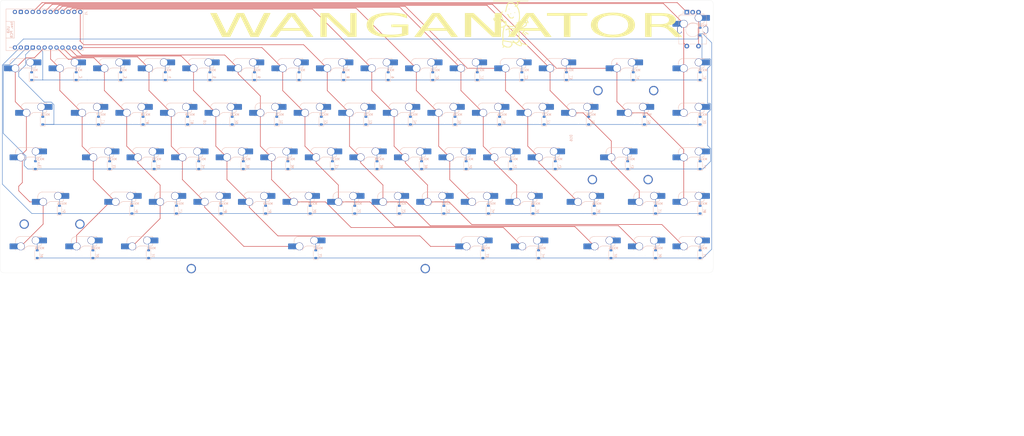
<source format=kicad_pcb>
(kicad_pcb (version 20240108) (generator "pcbnew") (generator_version "8.0")
  (layers (0 "F.Cu" signal) (31 "B.Cu" signal) (34 "B.Paste" user) (35 "F.Paste" user) (36 "B.SilkS" user "B.Silkscreen") (37 "F.SilkS" user "F.Silkscreen") (38 "B.Mask" user) (39 "F.Mask" user) (44 "Edge.Cuts" user))
  (net 0 "")
  (net 1 "row0")
  (net 2 "Net-(D1-A)")
  (net 3 "Net-(D2-A)")
  (net 4 "Net-(D3-A)")
  (net 5 "Net-(D4-A)")
  (net 6 "Net-(D5-A)")
  (net 7 "Net-(D6-A)")
  (net 8 "Net-(D7-A)")
  (net 9 "Net-(D8-A)")
  (net 10 "Net-(D9-A)")
  (net 11 "Net-(D10-A)")
  (net 12 "Net-(D11-A)")
  (net 13 "Net-(D12-A)")
  (net 14 "Net-(D13-A)")
  (net 15 "Net-(D14-A)")
  (net 16 "Net-(D15-A)")
  (net 17 "row1")
  (net 18 "Net-(D16-A)")
  (net 19 "Net-(D17-A)")
  (net 20 "Net-(D18-A)")
  (net 21 "Net-(D19-A)")
  (net 22 "Net-(D20-A)")
  (net 23 "Net-(D21-A)")
  (net 24 "Net-(D22-A)")
  (net 25 "Net-(D23-A)")
  (net 26 "Net-(D24-A)")
  (net 27 "Net-(D25-A)")
  (net 28 "Net-(D26-A)")
  (net 29 "Net-(D27-A)")
  (net 30 "Net-(D28-A)")
  (net 31 "Net-(D29-A)")
  (net 32 "Net-(D30-A)")
  (net 33 "row2")
  (net 34 "Net-(D31-A)")
  (net 35 "Net-(D32-A)")
  (net 36 "Net-(D33-A)")
  (net 37 "Net-(D34-A)")
  (net 38 "Net-(D35-A)")
  (net 39 "Net-(D36-A)")
  (net 40 "Net-(D37-A)")
  (net 41 "Net-(D38-A)")
  (net 42 "Net-(D39-A)")
  (net 43 "Net-(D40-A)")
  (net 44 "Net-(D41-A)")
  (net 45 "Net-(D42-A)")
  (net 46 "Net-(D43-A)")
  (net 47 "Net-(D44-A)")
  (net 48 "row3")
  (net 49 "Net-(D45-A)")
  (net 50 "Net-(D46-A)")
  (net 51 "Net-(D47-A)")
  (net 52 "Net-(D48-A)")
  (net 53 "Net-(D49-A)")
  (net 54 "Net-(D50-A)")
  (net 55 "Net-(D51-A)")
  (net 56 "Net-(D52-A)")
  (net 57 "Net-(D53-A)")
  (net 58 "Net-(D54-A)")
  (net 59 "Net-(D55-A)")
  (net 60 "Net-(D56-A)")
  (net 61 "Net-(D57-A)")
  (net 62 "Net-(D58-A)")
  (net 63 "row 4")
  (net 64 "Net-(D59-A)")
  (net 65 "Net-(D60-A)")
  (net 66 "Net-(D61-A)")
  (net 67 "Net-(D62-A)")
  (net 68 "Net-(D63-A)")
  (net 69 "Net-(D64-A)")
  (net 70 "Net-(D65-A)")
  (net 71 "Net-(D66-A)")
  (net 72 "Net-(D67-A)")
  (net 73 "column 0")
  (net 74 "column1")
  (net 75 "column2")
  (net 76 "column3")
  (net 77 "column4")
  (net 78 "column5")
  (net 79 "column6")
  (net 80 "column7")
  (net 81 "column8")
  (net 82 "column9")
  (net 83 "column10")
  (net 84 "column11")
  (net 85 "column12")
  (net 86 "column13")
  (net 87 "RotationA")
  (net 89 "RotationB")
  (net 91 "encoderA")
  (net 92 "encoderB")
  (net 93 "GND")
  (footprint "PCM_marbastlib-mx:STAB_MX_P_2u" (layer "F.Cu") (at 278.60625 21.43125 180)
    (property "Reference" "S1" (hide yes))
    (property "Value" "MX_stab")
  )
  (footprint "PCM_marbastlib-mx:STAB_MX_P_6.25u" (layer "F.Cu") (at 142.875 97.63125 180)
    (property "Reference" "S4" (hide yes))
    (property "Value" "MX_stab")
  )
  (footprint "PCM_marbastlib-mx:STAB_MX_P_2.25u" (layer "F.Cu") (at 276.225 59.53125 180)
    (property "Reference" "S2" (hide yes))
    (property "Value" "MX_stab")
  )
  (footprint "PCM_marbastlib-mx:STAB_MX_P_2.25u" (layer "F.Cu") (at 33.3375 78.58125 180)
    (property "Reference" "S3" (hide yes))
    (property "Value" "MX_stab")
  )
  (footprint "LOGO" (layer "F.Cu") (at 229.39375 0)
    (property "Reference" "G***" (hide yes))
    (property "Value" "LOGO" (hide yes))
  )
  (footprint "Diode_SMD:D_SOD-123" (layer "B.Cu") (at 162.71875 79.375 90)
    (property "Reference" "D51")
    (property "Value" "D_Small")
  )
  (footprint "PCM_marbastlib-mx:SW_MX_HS_CPG151101S11_1u" (layer "B.Cu") (at 183.35625 40.48125 180)
    (property "Reference" "MX24")
    (property "Value" "MX_SW_solder")
  )
  (footprint "PCM_marbastlib-mx:SW_MX_HS_CPG151101S11_1u" (layer "B.Cu") (at 140.49375 78.58125 180)
    (property "Reference" "MX50")
    (property "Value" "MX_SW_solder")
  )
  (footprint "PCM_marbastlib-mx:SW_MX_HS_CPG151101S11_1u" (layer "B.Cu") (at 64.29375 78.58125 180)
    (property "Reference" "MX46")
    (property "Value" "MX_SW_solder")
  )
  (footprint "PCM_marbastlib-mx:SW_MX_HS_CPG151101S11_1u" (layer "B.Cu") (at 73.81875 59.53125 180)
    (property "Reference" "MX33")
    (property "Value" "MX_SW_solder")
  )
  (footprint "PCM_marbastlib-mx:SW_MX_HS_CPG151101S11_1u" (layer "B.Cu") (at 33.3375 78.58125 180)
    (property "Reference" "MX45")
    (property "Value" "MX_SW_solder")
  )
  (footprint "PCM_marbastlib-mx:SW_MX_HS_CPG151101S11_1.25u" (layer "B.Cu") (at 238.125 97.63125 180)
    (property "Reference" "MX64")
    (property "Value" "MX_SW_solder")
  )
  (footprint "Diode_SMD:D_SOD-123" (layer "B.Cu") (at 167.48125 41.275 90)
    (property "Reference" "D23")
    (property "Value" "D_Small")
  )
  (footprint "PCM_marbastlib-mx:SW_MX_HS_CPG151101S11_1u" (layer "B.Cu") (at 145.25625 40.48125 180)
    (property "Reference" "MX22")
    (property "Value" "MX_SW_solder")
  )
  (footprint "PCM_marbastlib-mx:SW_MX_HS_CPG151101S11_1u" (layer "B.Cu") (at 188.11875 59.53125 180)
    (property "Reference" "MX39")
    (property "Value" "MX_SW_solder")
  )
  (footprint "PCM_marbastlib-mx:SW_MX_HS_CPG151101S11_1u" (layer "B.Cu") (at 21.43125 21.43125 180)
    (property "Reference" "MX1")
    (property "Value" "MX_SW_solder")
  )
  (footprint "PCM_marbastlib-mx:SW_MX_HS_CPG151101S11_1u" (layer "B.Cu") (at 288.13125 97.63125 180)
    (property "Reference" "MX66")
    (property "Value" "MX_SW_solder")
  )
  (footprint "PCM_marbastlib-mx:SW_MX_HS_CPG151101S11_1u" (layer "B.Cu") (at 276.225 59.53125 180)
    (property "Reference" "MX43")
    (property "Value" "MX_SW_solder")
  )
  (footprint "Diode_SMD:D_SOD-123" (layer "B.Cu") (at 262.73125 41.275 90)
    (property "Reference" "D28")
    (property "Value" "D_Small")
  )
  (footprint "Diode_SMD:D_SOD-123" (layer "B.Cu") (at 205.58125 41.275 90)
    (property "Reference" "D25")
    (property "Value" "D_Small")
  )
  (footprint "Diode_SMD:D_SOD-123" (layer "B.Cu") (at 62.70625 22.225 90)
    (property "Reference" "D3")
    (property "Value" "D_Small")
  )
  (footprint "Diode_SMD:D_SOD-123" (layer "B.Cu") (at 310.35625 60.325 90)
    (property "Reference" "D44")
    (property "Value" "D_Small")
  )
  (footprint "Diode_SMD:D_SOD-123" (layer "B.Cu") (at 172.24375 60.325 90)
    (property "Reference" "D38")
    (property "Value" "D_Small")
  )
  (footprint "PCM_marbastlib-various:RotaryEncoder_EC11" (layer "B.Cu") (at 307.18125 2.38125 -90)
    (property "Reference" "SW1")
    (property "Value" "RotaryEncoder_Switch")
  )
  (footprint "PCM_marbastlib-mx:SW_MX_HS_CPG151101S11_1.25u" (layer "B.Cu") (at 214.3125 97.63125 180)
    (property "Reference" "MX63")
    (property "Value" "MX_SW_solder")
  )
  (footprint "Diode_SMD:D_SOD-123" (layer "B.Cu") (at 36.5125 79.375 90)
    (property "Reference" "D45")
    (property "Value" "D_Small")
  )
  (footprint "PCM_marbastlib-mx:SW_MX_HS_CPG151101S11_1u" (layer "B.Cu") (at 50.00625 40.48125 180)
    (property "Reference" "MX17")
    (property "Value" "MX_SW_solder")
  )
  (footprint "PCM_marbastlib-mx:SW_MX_HS_CPG151101S11_1.25u" (layer "B.Cu") (at 47.625 97.63125 180)
    (property "Reference" "MX60")
    (property "Value" "MX_SW_solder")
  )
  (footprint "Diode_SMD:D_SOD-123" (layer "B.Cu") (at 143.66875 79.375 90)
    (property "Reference" "D50")
    (property "Value" "D_Small")
  )
  (footprint "Diode_SMD:D_SOD-123" (layer "B.Cu") (at 100.80625 22.225 90)
    (property "Reference" "D5")
    (property "Value" "D_Small")
  )
  (footprint "PCM_marbastlib-mx:SW_MX_HS_CPG151101S11_1.75u" (layer "B.Cu") (at 261.9375 78.58125 180)
    (property "Reference" "MX56")
    (property "Value" "MX_SW_solder")
  )
  (footprint "Diode_SMD:D_SOD-123" (layer "B.Cu") (at 157.95625 22.225 90)
    (property "Reference" "D8")
    (property "Value" "D_Small")
  )
  (footprint "PCM_marbastlib-mx:SW_MX_HS_CPG151101S11_1u" (layer "B.Cu") (at 278.60625 21.43125 180)
    (property "Reference" "MX14")
    (property "Value" "MX_SW_solder")
  )
  (footprint "PCM_marbastlib-mx:SW_MX_HS_CPG151101S11_1u" (layer "B.Cu") (at 159.54375 78.58125 180)
    (property "Reference" "MX51")
    (property "Value" "MX_SW_solder")
  )
  (footprint "PCM_marbastlib-mx:SW_MX_HS_CPG151101S11_1u" (layer "B.Cu") (at 59.53125 21.43125 180)
    (property "Reference" "MX3")
    (property "Value" "MX_SW_solder")
  )
  (footprint "PCM_marbastlib-mx:SW_MX_HS_CPG151101S11_1u" (layer "B.Cu") (at 83.34375 78.58125 180)
    (property "Reference" "MX47")
    (property "Value" "MX_SW_solder")
  )
  (footprint "Diode_SMD:D_SOD-123" (layer "B.Cu") (at 74.6125 98.425 90)
    (property "Reference" "D61")
    (property "Value" "D_Small")
  )
  (footprint "PCM_marbastlib-mx:SW_MX_HS_CPG151101S11_1u" (layer "B.Cu") (at 216.69375 78.58125 180)
    (property "Reference" "MX54")
    (property "Value" "MX_SW_solder")
  )
  (footprint "Diode_SMD:D_SOD-123" (layer "B.Cu") (at 248.44375 60.325 90)
    (property "Reference" "D42")
    (property "Value" "D_Small")
  )
  (footprint "PCM_marbastlib-mx:SW_MX_HS_CPG151101S11_1.5u" (layer "B.Cu") (at 283.36875 40.48125 180)
    (property "Reference" "MX29")
    (property "Value" "MX_SW_solder")
  )
  (footprint "Diode_SMD:D_SOD-123" (layer "B.Cu") (at 191.29375 60.325 90)
    (property "Reference" "D39")
    (property "Value" "D_Small")
  )
  (footprint "Diode_SMD:D_SOD-123" (layer "B.Cu") (at 196.05625 22.225 90)
    (property "Reference" "D10")
    (property "Value" "D_Small")
  )
  (footprint "Diode_SMD:D_SOD-123" (layer "B.Cu") (at 200.81875 79.375 90)
    (property "Reference" "D53")
    (property "Value" "D_Small")
  )
  (footprint "Diode_SMD:D_SOD-123" (layer "B.Cu") (at 253.20625 22.225 90)
    (property "Reference" "D13")
    (property "Value" "D_Small")
  )
  (footprint "PCM_marbastlib-mx:SW_MX_HS_CPG151101S11_1u" (layer "B.Cu") (at 111.91875 59.53125 180)
    (property "Reference" "MX35")
    (property "Value" "MX_SW_solder")
  )
  (footprint "PCM_marbastlib-mx:SW_MX_HS_CPG151101S11_1u" (layer "B.Cu") (at 116.68125 21.43125 180)
    (property "Reference" "MX6")
    (property "Value" "MX_SW_solder")
  )
  (footprint "PCM_marbastlib-mx:SW_MX_HS_CPG151101S11_1u" (layer "B.Cu") (at 126.20625 40.48125 180)
    (property "Reference" "MX21")
    (property "Value" "MX_SW_solder")
  )
  (footprint "PCM_marbastlib-mx:SW_MX_HS_CPG151101S11_1u" (layer "B.Cu") (at 169.06875 59.53125 180)
    (property "Reference" "MX38")
    (property "Value" "MX_SW_solder")
  )
  (footprint "Diode_SMD:D_SOD-123" (layer "B.Cu") (at 310.35625 79.375 90)
    (property "Reference" "D58")
    (property "Value" "D_Small")
  )
  (footprint "PCM_marbastlib-mx:SW_MX_HS_CPG151101S11_1u" (layer "B.Cu") (at 240.50625 40.48125 180)
    (property "Reference" "MX27")
    (property "Value" "MX_SW_solder")
  )
  (footprint "Diode_SMD:D_SOD-123" (layer "B.Cu") (at 272.25625 98.425 90)
    (property "Reference" "D65")
    (property "Value" "D_Small")
  )
  (footprint "PCM_marbastlib-mx:SW_MX_HS_CPG151101S11_1u" (layer "B.Cu") (at 269.08125 97.63125 180)
    (property "Reference" "MX65")
    (property "Value" "MX_SW_solder")
  )
  (footprint "Diode_SMD:D_SOD-123" (layer "B.Cu") (at 105.56875 79.375 90)
    (property "Reference" "D48")
    (property "Value" "D_Small")
  )
  (footprint "PCM_marbastlib-mx:SW_MX_HS_CPG151101S11_1u" (layer "B.Cu") (at 78.58125 21.43125 180)
    (property "Reference" "MX4")
    (property "Value" "MX_SW_solder")
  )
  (footprint "Diode_SMD:D_SOD-123" (layer "B.Cu") (at 29.36875 41.275 90)
    (property "Reference" "D16")
    (property "Value" "D_Small")
  )
  (footprint "PCM_marbastlib-mx:SW_MX_HS_CPG151101S11_1u" (layer "B.Cu") (at 230.98125 21.43125 180)
    (property "Reference" "MX12")
    (property "Value" "MX_SW_solder")
  )
  (footprint "PCM_marbastlib-mx:SW_MX_HS_CPG151101S11_1u" (layer "B.Cu") (at 307.18125 40.48125 180)
    (property "Reference" "MX30")
    (property "Value" "MX_SW_solder")
  )
  (footprint "PCM_marbastlib-mx:SW_MX_HS_CPG151101S11_1u" (layer "B.Cu") (at 307.18125 59.53125 180)
    (property "Reference" "MX44")
    (property "Value" "MX_SW_solder")
  )
  (footprint "Diode_SMD:D_SOD-123" (layer "B.Cu") (at 96.04375 60.325 90)
    (property "Reference" "D34")
    (property "Value" "D_Small")
  )
  (footprint "PCM_marbastlib-xp-promicroish:ProMicro_USBdn" (layer "B.Cu") (at 31.4325 2.38125 -90)
    (property "Reference" "J1")
    (property "Value" "Conn_02x12_Top_Bottom")
  )
  (footprint "PCM_marbastlib-mx:SW_MX_HS_CPG151101S11_1u" (layer "B.Cu") (at 102.39375 78.58125 180)
    (property "Reference" "MX48")
    (property "Value" "MX_SW_solder")
  )
  (footprint "Diode_SMD:D_SOD-123" (layer "B.Cu") (at 57.94375 60.325 90)
    (property "Reference" "D32")
    (property "Value" "D_Small")
  )
  (footprint "Diode_SMD:D_SOD-123" (layer "B.Cu") (at 110.33125 41.275 90)
    (property "Reference" "D20")
    (property "Value" "D_Small")
  )
  (footprint "Diode_SMD:D_SOD-123" (layer "B.Cu") (at 291.30625 79.375 90)
    (property "Reference" "D57")
    (property "Value" "D_Small")
  )
  (footprint "PCM_marbastlib-mx:SW_MX_HS_CPG151101S11_1u" (layer "B.Cu") (at 250.03125 21.43125 180)
    (property "Reference" "MX13")
    (property "Value" "MX_SW_solder")
  )
  (footprint "Diode_SMD:D_SOD-123" (layer "B.Cu") (at 310.35625 3.175 90)
    (property "Reference" "D68")
    (property "Value" "D_Small")
  )
  (footprint "PCM_marbastlib-mx:SW_MX_HS_CPG151101S11_1u" (layer "B.Cu") (at 235.74375 78.58125 180)
    (property "Reference" "MX55")
    (property "Value" "MX_SW_solder")
  )
  (footprint "Diode_SMD:D_SOD-123" (layer "B.Cu") (at 210.34375 60.325 90)
    (property "Reference" "D40")
    (property "Value" "D_Small")
  )
  (footprint "Diode_SMD:D_SOD-123" (layer "B.Cu") (at 24.60625 22.225 90)
    (property "Reference" "D1")
    (property "Value" "D_Small")
  )
  (footprint "PCM_marbastlib-mx:SW_MX_HS_CPG151101S11_1u" (layer "B.Cu") (at 135.73125 21.43125 180)
    (property "Reference" "MX7")
    (property "Value" "MX_SW_solder")
  )
  (footprint "PCM_marbastlib-mx:SW_MX_HS_CPG151101S11_1u" (layer "B.Cu") (at 97.63125 21.43125 180)
    (property "Reference" "MX5")
    (property "Value" "MX_SW_solder")
  )
  (footprint "PCM_marbastlib-mx:SW_MX_HS_CPG151101S11_1u" (layer "B.Cu") (at 142.875 97.63125 180)
    (property "Reference" "MX62")
    (property "Value" "MX_SW_solder")
  )
  (footprint "PCM_marbastlib-mx:SW_MX_HS_CPG151101S11_1u" (layer "B.Cu") (at 221.45625 40.48125 180)
    (property "Reference" "MX26")
    (property "Value" "MX_SW_solder")
  )
  (footprint "Diode_SMD:D_SOD-123" (layer "B.Cu") (at 234.15625 22.225 90)
    (property "Reference" "D12")
    (property "Value" "D_Small")
  )
  (footprint "Diode_SMD:D_SOD-123" (layer "B.Cu") (at 148.43125 41.275 90)
    (property "Reference" "D22")
    (property "Value" "D_Small")
  )
  (footprint "Diode_SMD:D_SOD-123" (layer "B.Cu") (at 50.8 98.425 90)
    (property "Reference" "D60")
    (property "Value" "D_Small")
  )
  (footprint "PCM_marbastlib-mx:SW_MX_HS_CPG151101S11_1u" (layer "B.Cu") (at 178.59375 78.58125 180)
    (property "Reference" "MX52")
    (property "Value" "MX_SW_solder")
  )
  (footprint "Diode_SMD:D_SOD-123" (layer "B.Cu") (at 138.90625 22.225 90)
    (property "Reference" "D7")
    (property "Value" "D_Small")
  )
  (footprint "Diode_SMD:D_SOD-123" (layer "B.Cu") (at 26.9875 98.425 90)
    (property "Reference" "D59")
    (property "Value" "D_Small")
  )
  (footprint "PCM_marbastlib-mx:SW_MX_HS_CPG151101S11_1u" (layer "B.Cu") (at 69.05625 40.48125 180)
    (property "Reference" "MX18")
    (property "Value" "MX_SW_solder")
  )
  (footprint "PCM_marbastlib-mx:SW_MX_HS_CPG151101S11_1u" (layer "B.Cu") (at 92.86875 59.53125 180)
    (property "Reference" "MX34")
    (property "Value" "MX_SW_solder")
  )
  (footprint "PCM_marbastlib-mx:SW_MX_HS_CPG151101S11_1u" (layer "B.Cu") (at 121.44375 78.58125 180)
    (property "Reference" "MX49")
    (property "Value" "MX_SW_solder")
  )
  (footprint "PCM_marbastlib-mx:SW_MX_HS_CPG151101S11_1u" (layer "B.Cu") (at 192.88125 21.43125 180)
    (property "Reference" "MX10")
    (property "Value" "MX_SW_solder")
  )
  (footprint "Diode_SMD:D_SOD-123" (layer "B.Cu") (at 286.54375 41.275 90)
    (property "Reference" "D29")
    (property "Value" "D_Small")
  )
  (footprint "Diode_SMD:D_SOD-123" (layer "B.Cu") (at 129.38125 41.275 90)
    (property "Reference" "D21")
    (property "Value" "D_Small")
  )
  (footprint "Diode_SMD:D_SOD-123" (layer "B.Cu") (at 91.28125 41.275 90)
    (property "Reference" "D19")
    (property "Value" "D_Small")
  )
  (footprint "PCM_marbastlib-mx:SW_MX_HS_CPG151101S11_1u" (layer "B.Cu") (at 245.26875 59.53125 180)
    (property "Reference" "MX42")
    (property "Value" "MX_SW_solder")
  )
  (footprint "Diode_SMD:D_SOD-123" (layer "B.Cu") (at 153.19375 60.325 90)
    (property "Reference" "D37")
    (property "Value" "D_Small")
  )
  (footprint "Diode_SMD:D_SOD-123" (layer "B.Cu") (at 224.63125 41.275 90)
    (property "Reference" "D26")
    (property "Value" "D_Small")
  )
  (footprint "PCM_marbastlib-mx:SW_MX_HS_CPG151101S11_1u" (layer "B.Cu") (at 307.18125 78.58125 180)
    (property "Reference" "MX58")
    (property "Value" "MX_SW_solder")
  )
  (footprint "PCM_marbastlib-mx:SW_MX_HS_CPG151101S11_1.25u" (layer "B.Cu") (at 23.8125 59.53125 180)
    (property "Reference" "MX31")
    (property "Value" "MX_SW_solder")
  )
  (footprint "Diode_SMD:D_SOD-123" (layer "B.Cu") (at 229.39375 60.325 90)
    (property "Reference" "D41")
    (property "Value" "D_Small")
  )
  (footprint "Diode_SMD:D_SOD-123" (layer "B.Cu") (at 238.91875 79.375 90)
    (property "Reference" "D55")
    (property "Value" "D_Small")
  )
  (footprint "Diode_SMD:D_SOD-123" (layer "B.Cu") (at 243.68125 41.275 90)
    (property "Reference" "D27")
    (property "Value" "D_Small")
  )
  (footprint "Diode_SMD:D_SOD-123" (layer "B.Cu") (at 279.4 60.325 90)
    (property "Reference" "D43")
    (property "Value" "D_Small")
  )
  (footprint "PCM_marbastlib-mx:SW_MX_HS_CPG151101S11_1u" (layer "B.Cu") (at 164.30625 40.48125 180)
    (property "Reference" "MX23")
    (property "Value" "MX_SW_solder")
  )
  (footprint "PCM_marbastlib-mx:SW_MX_HS_CPG151101S11_1.25u" (layer "B.Cu") (at 71.4375 97.63125 180)
    (property "Reference" "MX61")
    (property "Value" "MX_SW_solder")
  )
  (footprint "Diode_SMD:D_SOD-123" (layer "B.Cu") (at 146.05 98.425 90)
    (property "Reference" "D62")
    (property "Value" "D_Small")
  )
  (footprint "Diode_SMD:D_SOD-123" (layer "B.Cu") (at 281.78125 22.225 90)
    (property "Reference" "D14")
    (property "Value" "D_Small")
  )
  (footprint "PCM_marbastlib-mx:SW_MX_HS_CPG151101S11_1u" (layer "B.Cu") (at 54.76875 59.53125 180)
    (property "Reference" "MX32")
    (property "Value" "MX_SW_solder")
  )
  (footprint "Diode_SMD:D_SOD-123" (layer "B.Cu") (at 86.51875 79.375 90)
    (property "Reference" "D47")
    (property "Value" "D_Small")
  )
  (footprint "PCM_marbastlib-mx:SW_MX_HS_CPG151101S11_1u" (layer "B.Cu") (at 307.18125 21.43125 180)
    (property "Reference" "MX15")
    (property "Value" "MX_SW_solder")
  )
  (footprint "Diode_SMD:D_SOD-123" (layer "B.Cu") (at 43.65625 22.225 90)
    (property "Reference" "D2")
    (property "Value" "D_Small")
  )
  (footprint "PCM_marbastlib-mx:SW_MX_HS_CPG151101S11_1u" (layer "B.Cu") (at 173.83125 21.43125 180)
    (property "Reference" "MX9")
    (property "Value" "MX_SW_solder")
  )
  (footprint "Diode_SMD:D_SOD-123" (layer "B.Cu") (at 310.35625 41.275 90)
    (property "Reference" "D30")
    (property "Value" "D_Small")
  )
  (footprint "PCM_marbastlib-mx:SW_MX_HS_CPG151101S11_1u" (layer "B.Cu") (at 107.15625 40.48125 180)
    (property "Reference" "MX20")
    (property "Value" "MX_SW_solder")
  )
  (footprint "Diode_SMD:D_SOD-123" (layer "B.Cu") (at 217.4875 98.425 90)
    (property "Reference" "D63")
    (property "Value" "D_Small")
  )
  (footprint "PCM_marbastlib-mx:SW_MX_HS_CPG151101S11_1u" (layer "B.Cu") (at 150.01875 59.53125 180)
    (property "Reference" "MX37")
    (property "Value" "MX_SW_solder")
  )
  (footprint "Diode_SMD:D_SOD-123" (layer "B.Cu") (at 181.76875 79.375 90)
    (property "Reference" "D52")
    (property "Value" "D_Small")
  )
  (footprint "PCM_marbastlib-mx:SW_MX_HS_CPG151101S11_1.25u" (layer "B.Cu") (at 23.8125 97.63125 180)
    (property "Reference" "MX59")
    (property "Value" "MX_SW_solder")
  )
  (footprint "Diode_SMD:D_SOD-123" (layer "B.Cu") (at 219.86875 79.375 90)
    (property "Reference" "D54")
    (property "Value" "D_Small")
  )
  (footprint "Diode_SMD:D_SOD-123" (layer "B.Cu") (at 119.85625 22.225 90)
    (property "Reference" "D6")
    (property "Value" "D_Small")
  )
  (footprint "Diode_SMD:D_SOD-123" (layer "B.Cu") (at 215.10625 22.225 90)
    (property "Reference" "D11")
    (property "Value" "D_Small")
  )
  (footprint "PCM_marbastlib-mx:SW_MX_HS_CPG151101S11_1u" (layer "B.Cu") (at 259.55625 40.48125 180)
    (property "Reference" "MX28")
    (property "Value" "MX_SW_solder")
  )
  (footprint "Diode_SMD:D_SOD-123" (layer "B.Cu") (at 53.18125 41.275 90)
    (property "Reference" "D17")
    (property "Value" "D_Small")
  )
  (footprint "PCM_marbastlib-mx:SW_MX_HS_CPG151101S11_1u" (layer "B.Cu") (at 226.21875 59.53125 180)
    (property "Reference" "MX41")
    (property "Value" "MX_SW_solder")
  )
  (footprint "PCM_marbastlib-mx:SW_MX_HS_CPG151101S11_1u" (layer "B.Cu") (at 307.18125 2.38125 180)
    (property "Reference" "MX68")
    (property "Value" "MX_SW_solder")
  )
  (footprint "Diode_SMD:D_SOD-123" (layer "B.Cu") (at 72.23125 41.275 90)
    (property "Reference" "D18")
    (property "Value" "D_Small")
  )
  (footprint "Diode_SMD:D_SOD-123" (layer "B.Cu") (at 241.3 98.425 90)
    (property "Reference" "D64")
    (property "Value" "D_Small")
  )
  (footprint "PCM_marbastlib-mx:SW_MX_HS_CPG151101S11_1u" (layer "B.Cu") (at 202.40625 40.48125 180)
    (property "Reference" "MX25")
    (property "Value" "MX_SW_solder")
  )
  (footprint "PCM_marbastlib-mx:SW_MX_HS_CPG151101S11_1u" (layer "B.Cu") (at 197.64375 78.58125 180)
    (property "Reference" "MX53")
    (property "Value" "MX_SW_solder")
  )
  (footprint "Diode_SMD:D_SOD-123" (layer "B.Cu") (at 186.53125 41.275 90)
    (property "Reference" "D24")
    (property "Value" "D_Small")
  )
  (footprint "PCM_marbastlib-mx:SW_MX_HS_CPG151101S11_1.5u" (layer "B.Cu") (at 26.19375 40.48125 180)
    (property "Reference" "MX16")
    (property "Value" "MX_SW_solder")
  )
  (footprint "PCM_marbastlib-mx:SW_MX_HS_CPG151101S11_1u" (layer "B.Cu") (at 130.96875 59.53125 180)
    (property "Reference" "MX36")
    (property "Value" "MX_SW_solder")
  )
  (footprint "Diode_SMD:D_SOD-123" (layer "B.Cu") (at 291.30625 98.425 90)
    (property "Reference" "D66")
    (property "Value" "D_Small")
  )
  (footprint "Diode_SMD:D_SOD-123" (layer "B.Cu") (at 310.35625 22.225 90)
    (property "Reference" "D15")
    (property "Value" "D_Small")
  )
  (footprint "Diode_SMD:D_SOD-123" (layer "B.Cu") (at 115.09375 60.325 90)
    (property "Reference" "D35")
    (property "Value" "D_Small")
  )
  (footprint "PCM_marbastlib-mx:SW_MX_HS_CPG151101S11_1u" (layer "B.Cu") (at 288.13125 78.58125 180)
    (property "Reference" "MX57")
    (property "Value" "MX_SW_solder")
  )
  (footprint "Diode_SMD:D_SOD-123" (layer "B.Cu") (at 67.46875 79.375 90)
    (property "Reference" "D46")
    (property "Value" "D_Small")
  )
  (footprint "Diode_SMD:D_SOD-123" (layer "B.Cu") (at 310.35625 98.425 90)
    (property "Reference" "D67")
    (property "Value" "D_Small")
  )
  (footprint "PCM_marbastlib-mx:SW_MX_HS_CPG151101S11_1u" (layer "B.Cu") (at 207.16875 59.53125 180)
    (property "Reference" "MX40")
    (property "Value" "MX_SW_solder")
  )
  (footprint "Diode_SMD:D_SOD-123" (layer "B.Cu") (at 81.75625 22.225 90)
    (property "Reference" "D4")
    (property "Value" "D_Small")
  )
  (footprint "PCM_marbastlib-mx:SW_MX_HS_CPG151101S11_1u" (layer "B.Cu") (at 40.48125 21.43125 180)
    (property "Reference" "MX2")
    (property "Value" "MX_SW_solder")
  )
  (footprint "Diode_SMD:D_SOD-123" (layer "B.Cu") (at 76.99375 60.325 90)
    (property "Reference" "D33")
    (property "Value" "D_Small")
  )
  (footprint "Diode_SMD:D_SOD-123" (layer "B.Cu") (at 265.1125 79.375 90)
    (property "Reference" "D56")
    (property "Value" "D_Small")
  )
  (footprint "PCM_marbastlib-mx:SW_MX_HS_CPG151101S11_1u" (layer "B.Cu") (at 307.18125 97.63125 180)
    (property "Reference" "MX67")
    (property "Value" "MX_SW_solder")
  )
  (footprint "PCM_marbastlib-mx:SW_MX_HS_CPG151101S11_1u" (layer "B.Cu") (at 154.78125 21.43125 180)
    (property "Reference" "MX8")
    (property "Value" "MX_SW_solder")
  )
  (footprint "Diode_SMD:D_SOD-123" (layer "B.Cu") (at 124.61875 79.375 90)
    (property "Reference" "D49")
    (property "Value" "D_Small")
  )
  (footprint "Diode_SMD:D_SOD-123" (layer "B.Cu") (at 177.00625 22.225 90)
    (property "Reference" "D9")
    (property "Value" "D_Small")
  )
  (footprint "Diode_SMD:D_SOD-123" (layer "B.Cu") (at 26.19375 60.325 90)
    (property "Reference" "D31")
    (property "Value" "D_Small")
  )
  (footprint "PCM_marbastlib-mx:SW_MX_HS_CPG151101S11_1u" (layer "B.Cu") (at 88.10625 40.48125 180)
    (property "Reference" "MX19")
    (property "Value" "MX_SW_solder")
  )
  (footprint "Diode_SMD:D_SOD-123" (layer "B.Cu") (at 134.14375 60.325 90)
    (property "Reference" "D36")
    (property "Value" "D_Small")
  )
  (footprint "PCM_marbastlib-mx:SW_MX_HS_CPG151101S11_1u" (layer "B.Cu") (at 211.93125 21.43125 180)
    (property "Reference" "MX11")
    (property "Value" "MX_SW_solder")
  )
  (gr_arc (start 12.7 106.3625) (mid 11.577468 105.897532) (end 11.1125 104.775) (stroke (width 0.05)) (layer "Edge.Cuts"))
  (gr_arc (start 11.1125 -8.73125) (mid 11.577468 -9.853782) (end 12.7 -10.31875) (stroke (width 0.05)) (layer "Edge.Cuts"))
  (gr_line (start 12.7 106.3625) (end 314.325 106.3625) (stroke (width 0.05)) (layer "Edge.Cuts"))
  (gr_arc (start 315.9125 104.775) (mid 315.447532 105.897532) (end 314.325 106.3625) (stroke (width 0.05)) (layer "Edge.Cuts"))
  (gr_arc (start 314.325 -10.31875) (mid 315.447532 -9.853782) (end 315.9125 -8.73125) (stroke (width 0.05)) (layer "Edge.Cuts"))
  (gr_line (start 315.9125 -8.73125) (end 315.9125 104.775) (stroke (width 0.05)) (layer "Edge.Cuts"))
  (gr_line (start 11.1125 104.775) (end 11.1125 -8.73125) (stroke (width 0.05)) (layer "Edge.Cuts"))
  (gr_line (start 314.325 -10.31875) (end 12.7 -10.31875) (stroke (width 0.05)) (layer "Edge.Cuts"))
  (gr_text "WANGANATOR" (at 100.0125 7.14375 0) (layer "F.SilkS") (effects (font (size 10 20) (thickness 1.25)) (justify left bottom)))
  (segment (start 29.36875 11.7475) (end 29.36875 23.875) (width 0.2) (layer "B.Cu") (net 1))
  (segment (start 29.36875 23.875) (end 48.41875 23.875) (width 0.2) (layer "B.Cu") (net 1))
  (segment (start 27.6225 10.00125) (end 29.36875 11.7475) (width 0.2) (layer "B.Cu") (net 1))
  (segment (start 24.60625 23.875) (end 29.36875 23.875) (width 0.2) (layer "B.Cu") (net 1))
  (segment (start 48.41875 23.875) (end 310.35625 23.875) (width 0.2) (layer "B.Cu") (net 1))
  (segment (start 24.60625 20.575) (end 24.60625 16.98625) (width 0.2) (layer "B.Cu") (net 2))
  (segment (start 24.60625 16.98625) (end 23.97125 16.35125) (width 0.2) (layer "B.Cu") (net 2))
  (segment (start 43.65625 16.98625) (end 43.02125 16.35125) (width 0.2) (layer "B.Cu") (net 3))
  (segment (start 43.65625 20.575) (end 43.65625 16.98625) (width 0.2) (layer "B.Cu") (net 3))
  (segment (start 62.70625 16.98625) (end 62.07125 16.35125) (width 0.2) (layer "B.Cu") (net 4))
  (segment (start 62.70625 20.575) (end 62.70625 16.98625) (width 0.2) (layer "B.Cu") (net 4))
  (segment (start 81.75625 20.575) (end 81.75625 16.98625) (width 0.2) (layer "B.Cu") (net 5))
  (segment (start 81.75625 16.98625) (end 81.12125 16.35125) (width 0.2) (layer "B.Cu") (net 5))
  (segment (start 100.80625 16.98625) (end 100.17125 16.35125) (width 0.2) (layer "B.Cu") (net 6))
  (segment (start 100.80625 20.575) (end 100.80625 16.98625) (width 0.2) (layer "B.Cu") (net 6))
  (segment (start 119.85625 20.575) (end 119.85625 16.98625) (width 0.2) (layer "B.Cu") (net 7))
  (segment (start 119.85625 16.98625) (end 119.22125 16.35125) (width 0.2) (layer "B.Cu") (net 7))
  (segment (start 138.90625 16.98625) (end 138.27125 16.35125) (width 0.2) (layer "B.Cu") (net 8))
  (segment (start 138.90625 20.575) (end 138.90625 16.98625) (width 0.2) (layer "B.Cu") (net 8))
  (segment (start 157.95625 20.575) (end 157.95625 16.98625) (width 0.2) (layer "B.Cu") (net 9))
  (segment (start 157.95625 16.98625) (end 157.32125 16.35125) (width 0.2) (layer "B.Cu") (net 9))
  (segment (start 177.00625 20.575) (end 177.00625 16.98625) (width 0.2) (layer "B.Cu") (net 10))
  (segment (start 177.00625 16.98625) (end 176.37125 16.35125) (width 0.2) (layer "B.Cu") (net 10))
  (segment (start 196.05625 20.575) (end 196.05625 16.98625) (width 0.2) (layer "B.Cu") (net 11))
  (segment (start 196.05625 16.98625) (end 195.42125 16.35125) (width 0.2) (layer "B.Cu") (net 11))
  (segment (start 215.10625 16.98625) (end 214.47125 16.35125) (width 0.2) (layer "B.Cu") (net 12))
  (segment (start 215.10625 20.575) (end 215.10625 16.98625) (width 0.2) (layer "B.Cu") (net 12))
  (segment (start 234.15625 16.98625) (end 233.52125 16.35125) (width 0.2) (layer "B.Cu") (net 13))
  (segment (start 234.15625 20.575) (end 234.15625 16.98625) (width 0.2) (layer "B.Cu") (net 13))
  (segment (start 253.20625 20.575) (end 253.20625 16.98625) (width 0.2) (layer "B.Cu") (net 14))
  (segment (start 253.20625 16.98625) (end 252.57125 16.35125) (width 0.2) (layer "B.Cu") (net 14))
  (segment (start 281.78125 20.575) (end 281.78125 16.98625) (width 0.2) (layer "B.Cu") (net 15))
  (segment (start 281.78125 16.98625) (end 281.14625 16.35125) (width 0.2) (layer "B.Cu") (net 15))
  (segment (start 310.35625 20.575) (end 310.35625 16.98625) (width 0.2) (layer "B.Cu") (net 16))
  (segment (start 310.35625 16.98625) (end 309.72125 16.35125) (width 0.2) (layer "B.Cu") (net 16))
  (segment (start 34.13125 34.439006) (end 34.13125 42.925) (width 0.2) (layer "B.Cu") (net 17))
  (segment (start 19.08735 20.460375) (end 19.08735 22.402125) (width 0.2) (layer "B.Cu") (net 17))
  (segment (start 19.08735 22.402125) (end 30.022725 33.3375) (width 0.2) (layer "B.Cu") (net 17))
  (segment (start 310.35625 42.925) (end 29.36875 42.925) (width 0.2) (layer "B.Cu") (net 17))
  (segment (start 29.36875 42.925) (end 34.13125 42.925) (width 0.2) (layer "B.Cu") (net 17))
  (segment (start 33.029744 33.3375) (end 34.13125 34.439006) (width 0.2) (layer "B.Cu") (net 17))
  (segment (start 25.0825 10.00125) (end 22.02125 13.0625) (width 0.2) (layer "B.Cu") (net 17))
  (segment (start 30.022725 33.3375) (end 33.029744 33.3375) (width 0.2) (layer "B.Cu") (net 17))
  (segment (start 22.02125 13.0625) (end 22.02125 17.526475) (width 0.2) (layer "B.Cu") (net 17))
  (segment (start 22.02125 17.526475) (end 19.08735 20.460375) (width 0.2) (layer "B.Cu") (net 17))
  (segment (start 29.36875 39.625) (end 29.36875 36.03625) (width 0.2) (layer "B.Cu") (net 18))
  (segment (start 29.36875 36.03625) (end 28.73375 35.40125) (width 0.2) (layer "B.Cu") (net 18))
  (segment (start 53.18125 36.03625) (end 52.54625 35.40125) (width 0.2) (layer "B.Cu") (net 19))
  (segment (start 53.18125 39.625) (end 53.18125 36.03625) (width 0.2) (layer "B.Cu") (net 19))
  (segment (start 72.23125 39.625) (end 72.23125 36.03625) (width 0.2) (layer "B.Cu") (net 20))
  (segment (start 72.23125 36.03625) (end 71.59625 35.40125) (width 0.2) (layer "B.Cu") (net 20))
  (segment (start 91.28125 39.625) (end 91.28125 36.03625) (width 0.2) (layer "B.Cu") (net 21))
  (segment (start 91.28125 36.03625) (end 90.64625 35.40125) (width 0.2) (layer "B.Cu") (net 21))
  (segment (start 110.33125 36.03625) (end 109.69625 35.40125) (width 0.2) (layer "B.Cu") (net 22))
  (segment (start 110.33125 39.625) (end 110.33125 36.03625) (width 0.2) (layer "B.Cu") (net 22))
  (segment (start 129.38125 39.625) (end 129.38125 36.03625) (width 0.2) (layer "B.Cu") (net 23))
  (segment (start 129.38125 36.03625) (end 128.74625 35.40125) (width 0.2) (layer "B.Cu") (net 23))
  (segment (start 148.43125 36.03625) (end 147.79625 35.40125) (width 0.2) (layer "B.Cu") (net 24))
  (segment (start 148.43125 39.625) (end 148.43125 36.03625) (width 0.2) (layer "B.Cu") (net 24))
  (segment (start 167.48125 36.03625) (end 166.84625 35.40125) (width 0.2) (layer "B.Cu") (net 25))
  (segment (start 167.48125 39.625) (end 167.48125 36.03625) (width 0.2) (layer "B.Cu") (net 25))
  (segment (start 186.53125 36.03625) (end 185.89625 35.40125) (width 0.2) (layer "B.Cu") (net 26))
  (segment (start 186.53125 39.625) (end 186.53125 36.03625) (width 0.2) (layer "B.Cu") (net 26))
  (segment (start 205.58125 39.625) (end 205.58125 36.03625) (width 0.2) (layer "B.Cu") (net 27))
  (segment (start 205.58125 36.03625) (end 204.94625 35.40125) (width 0.2) (layer "B.Cu") (net 27))
  (segment (start 224.63125 36.03625) (end 223.99625 35.40125) (width 0.2) (layer "B.Cu") (net 28))
  (segment (start 224.63125 39.625) (end 224.63125 36.03625) (width 0.2) (layer "B.Cu") (net 28))
  (segment (start 243.68125 39.625) (end 243.68125 36.03625) (width 0.2) (layer "B.Cu") (net 29))
  (segment (start 243.68125 36.03625) (end 243.04625 35.40125) (width 0.2) (layer "B.Cu") (net 29))
  (segment (start 262.73125 39.625) (end 262.73125 36.03625) (width 0.2) (layer "B.Cu") (net 30))
  (segment (start 262.73125 36.03625) (end 262.09625 35.40125) (width 0.2) (layer "B.Cu") (net 30))
  (segment (start 286.54375 39.625) (end 286.54375 36.03625) (width 0.2) (layer "B.Cu") (net 31))
  (segment (start 286.54375 36.03625) (end 285.90875 35.40125) (width 0.2) (layer "B.Cu") (net 31))
  (segment (start 310.35625 39.625) (end 310.35625 36.03625) (width 0.2) (layer "B.Cu") (net 32))
  (segment (start 310.35625 36.03625) (end 309.72125 35.40125) (width 0.2) (layer "B.Cu") (net 32))
  (segment (start 22.155112 57.873863) (end 21.43125 58.597725) (width 0.2) (layer "B.Cu") (net 33))
  (segment (start 21.43125 58.597725) (end 21.43125 60.464775) (width 0.2) (layer "B.Cu") (net 33))
  (segment (start 314.84625 36.635994) (end 313.53125 37.950994) (width 0.2) (layer "B.Cu") (net 33))
  (segment (start 314.530994 14.80125) (end 314.84625 15.116506) (width 0.2) (layer "B.Cu") (net 33))
  (segment (start 314.84625 17.585994) (end 313.53125 18.900994) (width 0.2) (layer "B.Cu") (net 33))
  (segment (start 313.53125 33.85125) (end 314.530994 33.85125) (width 0.2) (layer "B.Cu") (net 33))
  (segment (start 22.941475 61.975) (end 26.19375 61.975) (width 0.2) (layer "B.Cu") (net 33))
  (segment (start 311.15 14.80125) (end 314.530994 14.80125) (width 0.2) (layer "B.Cu") (net 33))
  (segment (start 310.35625 4.825) (end 311.15 5.61875) (width 0.2) (layer "B.Cu") (net 33))
  (segment (start 313.53125 37.950994) (end 313.53125 51.901506) (width 0.2) (layer "B.Cu") (net 33))
  (segment (start 22.155112 56.386145) (end 22.155112 57.873863) (width 0.2) (layer "B.Cu") (net 33))
  (segment (start 314.84625 58.678662) (end 311.549912 61.975) (width 0.2) (layer "B.Cu") (net 33))
  (segment (start 314.84625 34.166506) (end 314.84625 36.635994) (width 0.2) (layer "B.Cu") (net 33))
  (segment (start 311.15 5.61875) (end 311.15 14.80125) (width 0.2) (layer "B.Cu") (net 33))
  (segment (start 26.19375 61.975) (end 310.35625 61.975) (width 0.2) (layer "B.Cu") (net 33))
  (segment (start 313.53125 18.900994) (end 313.53125 33.85125) (width 0.2) (layer "B.Cu") (net 33))
  (segment (start 314.84625 53.216506) (end 314.84625 58.678662) (width 0.2) (layer "B.Cu") (net 33))
  (segment (start 311.549912 61.975) (end 310.35625 61.975) (width 0.2) (layer "B.Cu") (net 33))
  (segment (start 15.2025 17.34125) (end 12.811506 17.34125) (width 0.2) (layer "B.Cu") (net 33))
  (segment (start 22.5425 10.00125) (end 15.2025 17.34125) (width 0.2) (layer "B.Cu") (net 33))
  (segment (start 12.49625 17.656506) (end 12.49625 46.727283) (width 0.2) (layer "B.Cu") (net 33))
  (segment (start 12.811506 17.34125) (end 12.49625 17.656506) (width 0.2) (layer "B.Cu") (net 33))
  (segment (start 21.43125 60.464775) (end 22.941475 61.975) (width 0.2) (layer "B.Cu") (net 33))
  (segment (start 314.530994 33.85125) (end 314.84625 34.166506) (width 0.2) (layer "B.Cu") (net 33))
  (segment (start 314.84625 15.116506) (end 314.84625 17.585994) (width 0.2) (layer "B.Cu") (net 33))
  (segment (start 313.53125 51.901506) (end 314.84625 53.216506) (width 0.2) (layer "B.Cu") (net 33))
  (segment (start 12.49625 46.727283) (end 22.155112 56.386145) (width 0.2) (layer "B.Cu") (net 33))
  (segment (start 26.19375 55.08625) (end 25.55875 54.45125) (width 0.2) (layer "B.Cu") (net 34))
  (segment (start 26.19375 58.675) (end 26.19375 55.08625) (width 0.2) (layer "B.Cu") (net 34))
  (segment (start 57.94375 55.08625) (end 57.30875 54.45125) (width 0.2) (layer "B.Cu") (net 35))
  (segment (start 57.94375 58.675) (end 57.94375 55.08625) (width 0.2) (layer "B.Cu") (net 35))
  (segment (start 76.99375 55.08625) (end 76.35875 54.45125) (width 0.2) (layer "B.Cu") (net 36))
  (segment (start 76.99375 58.675) (end 76.99375 55.08625) (width 0.2) (layer "B.Cu") (net 36))
  (segment (start 96.04375 58.675) (end 96.04375 55.08625) (width 0.2) (layer "B.Cu") (net 37))
  (segment (start 96.04375 55.08625) (end 95.40875 54.45125) (width 0.2) (layer "B.Cu") (net 37))
  (segment (start 115.09375 58.675) (end 115.09375 55.08625) (width 0.2) (layer "B.Cu") (net 38))
  (segment (start 115.09375 55.08625) (end 114.45875 54.45125) (width 0.2) (layer "B.Cu") (net 38))
  (segment (start 134.14375 55.08625) (end 133.50875 54.45125) (width 0.2) (layer "B.Cu") (net 39))
  (segment (start 134.14375 58.675) (end 134.14375 55.08625) (width 0.2) (layer "B.Cu") (net 39))
  (segment (start 153.19375 58.675) (end 153.19375 55.08625) (width 0.2) (layer "B.Cu") (net 40))
  (segment (start 153.19375 55.08625) (end 152.55875 54.45125) (width 0.2) (layer "B.Cu") (net 40))
  (segment (start 172.24375 55.08625) (end 171.60875 54.45125) (width 0.2) (layer "B.Cu") (net 41))
  (segment (start 172.24375 58.675) (end 172.24375 55.08625) (width 0.2) (layer "B.Cu") (net 41))
  (segment (start 191.29375 55.08625) (end 190.65875 54.45125) (width 0.2) (layer "B.Cu") (net 42))
  (segment (start 191.29375 58.675) (end 191.29375 55.08625) (width 0.2) (layer "B.Cu") (net 42))
  (segment (start 210.34375 55.08625) (end 209.70875 54.45125) (width 0.2) (layer "B.Cu") (net 43))
  (segment (start 210.34375 58.675) (end 210.34375 55.08625) (width 0.2) (layer "B.Cu") (net 43))
  (segment (start 229.39375 55.08625) (end 228.75875 54.45125) (width 0.2) (layer "B.Cu") (net 44))
  (segment (start 229.39375 58.675) (end 229.39375 55.08625) (width 0.2) (layer "B.Cu") (net 44))
  (segment (start 248.44375 58.675) (end 248.44375 55.08625) (width 0.2) (layer "B.Cu") (net 45))
  (segment (start 248.44375 55.08625) (end 247.80875 54.45125) (width 0.2) (layer "B.Cu") (net 45))
  (segment (start 279.4 55.08625) (end 278.765 54.45125) (width 0.2) (layer "B.Cu") (net 46))
  (segment (start 279.4 58.675) (end 279.4 55.08625) (width 0.2) (layer "B.Cu") (net 46))
  (segment (start 310.35625 58.675) (end 310.35625 55.08625) (width 0.2) (layer "B.Cu") (net 47))
  (segment (start 310.35625 55.08625) (end 309.72125 54.45125) (width 0.2) (layer "B.Cu") (net 47))
  (segment (start 12.09625 17.49082) (end 12.09625 68.4525) (width 0.2) (layer "B.Cu") (net 48))
  (segment (start 20.0025 10.00125) (end 19.58582 10.00125) (width 0.2) (layer "B.Cu") (net 48))
  (segment (start 310.35625 81.025) (end 36.5125 81.025) (width 0.2) (layer "B.Cu") (net 48))
  (segment (start 12.09625 68.4525) (end 24.66875 81.025) (width 0.2) (layer "B.Cu") (net 48))
  (segment (start 19.58582 10.00125) (end 12.09625 17.49082) (width 0.2) (layer "B.Cu") (net 48))
  (segment (start 36.5125 81.025) (end 24.66875 81.025) (width 0.2) (layer "B.Cu") (net 48))
  (segment (start 36.5125 77.725) (end 36.5125 74.13625) (width 0.2) (layer "B.Cu") (net 49))
  (segment (start 36.5125 74.13625) (end 35.8775 73.50125) (width 0.2) (layer "B.Cu") (net 49))
  (segment (start 67.46875 77.725) (end 67.46875 74.13625) (width 0.2) (layer "B.Cu") (net 50))
  (segment (start 67.46875 74.13625) (end 66.83375 73.50125) (width 0.2) (layer "B.Cu") (net 50))
  (segment (start 86.51875 74.13625) (end 85.88375 73.50125) (width 0.2) (layer "B.Cu") (net 51))
  (segment (start 86.51875 77.725) (end 86.51875 74.13625) (width 0.2) (layer "B.Cu") (net 51))
  (segment (start 105.56875 74.13625) (end 104.93375 73.50125) (width 0.2) (layer "B.Cu") (net 52))
  (segment (start 105.56875 77.725) (end 105.56875 74.13625) (width 0.2) (layer "B.Cu") (net 52))
  (segment (start 124.61875 77.725) (end 124.61875 74.13625) (width 0.2) (layer "B.Cu") (net 53))
  (segment (start 124.61875 74.13625) (end 123.98375 73.50125) (width 0.2) (layer "B.Cu") (net 53))
  (segment (start 143.66875 74.13625) (end 143.03375 73.50125) (width 0.2) (layer "B.Cu") (net 54))
  (segment (start 143.66875 77.725) (end 143.66875 74.13625) (width 0.2) (layer "B.Cu") (net 54))
  (segment (start 162.71875 74.13625) (end 162.08375 73.50125) (width 0.2) (layer "B.Cu") (net 55))
  (segment (start 162.71875 77.725) (end 162.71875 74.13625) (width 0.2) (layer "B.Cu") (net 55))
  (segment (start 181.76875 74.13625) (end 181.13375 73.50125) (width 0.2) (layer "B.Cu") (net 56))
  (segment (start 181.76875 77.725) (end 181.76875 74.13625) (width 0.2) (layer "B.Cu") (net 56))
  (segment (start 200.81875 74.13625) (end 200.18375 73.50125) (width 0.2) (layer "B.Cu") (net 57))
  (segment (start 200.81875 77.725) (end 200.81875 74.13625) (width 0.2) (layer "B.Cu") (net 57))
  (segment (start 219.86875 74.13625) (end 219.23375 73.50125) (width 0.2) (layer "B.Cu") (net 58))
  (segment (start 219.86875 77.725) (end 219.86875 74.13625) (width 0.2) (layer "B.Cu") (net 58))
  (segment (start 238.91875 77.725) (end 238.91875 74.13625) (width 0.2) (layer "B.Cu") (net 59))
  (segment (start 238.91875 74.13625) (end 238.28375 73.50125) (width 0.2) (layer "B.Cu") (net 59))
  (segment (start 265.1125 77.725) (end 265.1125 74.13625) (width 0.2) (layer "B.Cu") (net 60))
  (segment (start 265.1125 74.13625) (end 264.4775 73.50125) (width 0.2) (layer "B.Cu") (net 60))
  (segment (start 291.30625 77.725) (end 291.30625 74.13625) (width 0.2) (layer "B.Cu") (net 61))
  (segment (start 291.30625 74.13625) (end 290.67125 73.50125) (width 0.2) (layer "B.Cu") (net 61))
  (segment (start 310.35625 77.725) (end 310.35625 74.13625) (width 0.2) (layer "B.Cu") (net 62))
  (segment (start 310.35625 74.13625) (end 309.72125 73.50125) (width 0.2) (layer "B.Cu") (net 62))
  (segment (start 309.35 6.35) (end 309.45625 6.24375) (width 0.2) (layer "B.Cu") (net 63))
  (segment (start 311.45 4.075) (end 315.3125 7.9375) (width 0.2) (layer "B.Cu") (net 63))
  (segment (start 315.3125 96.312412) (end 311.549912 100.075) (width 0.2) (layer "B.Cu") (net 63))
  (segment (start 74.6125 100.075) (end 146.05 100.075) (width 0.2) (layer "B.Cu") (net 63))
  (segment (start 315.3125 7.9375) (end 315.3125 96.312412) (width 0.2) (layer "B.Cu") (net 63))
  (segment (start 17.4625 10.00125) (end 21.11375 6.35) (width 0.2) (layer "B.Cu") (net 63))
  (segment (start 26.9875 100.075) (end 50.8 100.075) (width 0.2) (layer "B.Cu") (net 63))
  (segment (start 309.757554 4.075) (end 311.45 4.075) (width 0.2) (layer "B.Cu") (net 63))
  (segment (start 146.05 100.075) (end 310.35625 100.075) (width 0.2) (layer "B.Cu") (net 63))
  (segment (start 309.45625 4.376304) (end 309.757554 4.075) (width 0.2) (layer "B.Cu") (net 63))
  (segment (start 311.549912 100.075) (end 310.35625 100.075) (width 0.2) (layer "B.Cu") (net 63))
  (segment (start 309.45625 6.24375) (end 309.45625 4.376304) (width 0.2) (layer "B.Cu") (net 63))
  (segment (start 74.6125 100.075) (end 50.8 100.075) (width 0.2) (layer "B.Cu") (net 63))
  (segment (start 21.11375 6.35) (end 309.35 6.35) (width 0.2) (layer "B.Cu") (net 63))
  (segment (start 26.9875 93.18625) (end 26.3525 92.55125) (width 0.2) (layer "B.Cu") (net 64))
  (segment (start 26.9875 96.775) (end 26.9875 93.18625) (width 0.2) (layer "B.Cu") (net 64))
  (segment (start 50.8 93.18625) (end 50.165 92.55125) (width 0.2) (layer "B.Cu") (net 65))
  (segment (start 50.8 96.775) (end 50.8 93.18625) (width 0.2) (layer "B.Cu") (net 65))
  (segment (start 74.6125 93.18625) (end 73.9775 92.55125) (width 0.2) (layer "B.Cu") (net 66))
  (segment (start 74.6125 96.775) (end 74.6125 93.18625) (width 0.2) (layer "B.Cu") (net 66))
  (segment (start 146.05 96.775) (end 146.05 93.18625) (width 0.2) (layer "B.Cu") (net 67))
  (segment (start 146.05 93.18625) (end 145.415 92.55125) (width 0.2) (layer "B.Cu") (net 67))
  (segment (start 217.4875 93.18625) (end 216.8525 92.55125) (width 0.2) (layer "B.Cu") (net 68))
  (segment (start 217.4875 96.775) (end 217.4875 93.18625) (width 0.2) (layer "B.Cu") (net 68))
  (segment (start 241.3 93.18625) (end 240.665 92.55125) (width 0.2) (layer "B.Cu") (net 69))
  (segment (start 241.3 96.775) (end 241.3 93.18625) (width 0.2) (layer "B.Cu") (net 69))
  (segment (start 272.25625 96.775) (end 272.25625 93.18625) (width 0.2) (layer "B.Cu") (net 70))
  (segment (start 272.25625 93.18625) (end 271.62125 92.55125) (width 0.2) (layer "B.Cu") (net 70))
  (segment (start 291.30625 93.18625) (end 290.67125 92.55125) (width 0.2) (layer "B.Cu") (net 71))
  (segment (start 291.30625 96.775) (end 291.30625 93.18625) (width 0.2) (layer "B.Cu") (net 71))
  (segment (start 310.35625 96.775) (end 310.35625 93.18625) (width 0.2) (layer "B.Cu") (net 72))
  (segment (start 310.35625 93.18625) (end 309.72125 92.55125) (width 0.2) (layer "B.Cu") (net 72))
  (segment (start 29.5275 76.04125) (end 29.5275 85.56625) (width 0.2) (layer "F.Cu") (net 73))
  (segment (start 17.62125 18.89125) (end 17.62125 33.17875) (width 0.2) (layer "F.Cu") (net 73))
  (segment (start 17.62125 33.17875) (end 22.38375 37.94125) (width 0.2) (layer "F.Cu") (net 73))
  (segment (start 30.1625 10.00125) (end 25.7625 14.40125) (width 0.2) (layer "F.Cu") (net 73))
  (segment (start 19.08735 69.355375) (end 19.08735 71.297125) (width 0.2) (layer "F.Cu") (net 73))
  (segment (start 22.38375 53.81625) (end 20.6375 55.5625) (width 0.2) (layer "F.Cu") (net 73))
  (segment (start 20.6375 67.805225) (end 19.08735 69.355375) (width 0.2) (layer "F.Cu") (net 73))
  (segment (start 20.6375 55.5625) (end 20.6375 67.805225) (width 0.2) (layer "F.Cu") (net 73))
  (segment (start 25.7625 14.40125) (end 22.11125 14.40125) (width 0.2) (layer "F.Cu") (net 73))
  (segment (start 22.38375 37.94125) (end 22.38375 53.81625) (width 0.2) (layer "F.Cu") (net 73))
  (segment (start 29.5275 85.56625) (end 20.0025 95.09125) (width 0.2) (layer "F.Cu") (net 73))
  (segment (start 19.08735 71.297125) (end 23.831475 76.04125) (width 0.2) (layer "F.Cu") (net 73))
  (segment (start 23.831475 76.04125) (end 29.5275 76.04125) (width 0.2) (layer "F.Cu") (net 73))
  (segment (start 22.11125 14.40125) (end 17.62125 18.89125) (width 0.2) (layer "F.Cu") (net 73))
  (segment (start 43.815 90.376548) (end 58.150298 76.04125) (width 0.2) (layer "F.Cu") (net 74))
  (segment (start 46.19625 37.94125) (end 36.67125 28.41625) (width 0.2) (layer "F.Cu") (net 74))
  (segment (start 36.67125 28.41625) (end 36.67125 18.89125) (width 0.2) (layer "F.Cu") (net 74))
  (segment (start 60.48375 76.04125) (end 50.95875 66.51625) (width 0.2) (layer "F.Cu") (net 74))
  (segment (start 50.95875 56.99125) (end 46.19625 52.22875) (width 0.2) (layer "F.Cu") (net 74))
  (segment (start 43.815 95.09125) (end 43.815 90.376548) (width 0.2) (layer "F.Cu") (net 74))
  (segment (start 50.95875 66.51625) (end 50.95875 56.99125) (width 0.2) (layer "F.Cu") (net 74))
  (segment (start 58.150298 76.04125) (end 60.48375 76.04125) (width 0.2) (layer "F.Cu") (net 74))
  (segment (start 32.7025 10.00125) (end 32.7025 14.9225) (width 0.2) (layer "F.Cu") (net 74))
  (segment (start 46.19625 52.22875) (end 46.19625 37.94125) (width 0.2) (layer "F.Cu") (net 74))
  (segment (start 32.7025 14.9225) (end 36.67125 18.89125) (width 0.2) (layer "F.Cu") (net 74))
  (segment (start 55.72125 28.41625) (end 65.24625 37.94125) (width 0.2) (layer "F.Cu") (net 75))
  (segment (start 65.24625 52.22875) (end 70.00875 56.99125) (width 0.2) (layer "F.Cu") (net 75))
  (segment (start 51.23125 14.40125) (end 55.72125 18.89125) (width 0.2) (layer "F.Cu") (net 75))
  (segment (start 79.53375 76.04125) (end 79.53375 83.185) (width 0.2) (layer "F.Cu") (net 75))
  (segment (start 41.533533 15.08125) (end 42.213533 14.40125) (width 0.2) (layer "F.Cu") (net 75))
  (segment (start 79.53375 68.849702) (end 79.53375 76.04125) (width 0.2) (layer "F.Cu") (net 75))
  (segment (start 70.00875 56.99125) (end 70.00875 59.324702) (width 0.2) (layer "F.Cu") (net 75))
  (segment (start 42.213533 14.40125) (end 51.23125 14.40125) (width 0.2) (layer "F.Cu") (net 75))
  (segment (start 35.2425 10.00125) (end 40.3225 15.08125) (width 0.2) (layer "F.Cu") (net 75))
  (segment (start 55.72125 18.89125) (end 55.72125 28.41625) (width 0.2) (layer "F.Cu") (net 75))
  (segment (start 40.3225 15.08125) (end 41.533533 15.08125) (width 0.2) (layer "F.Cu") (net 75))
  (segment (start 70.00875 59.324702) (end 79.53375 68.849702) (width 0.2) (layer "F.Cu") (net 75))
  (segment (start 65.24625 37.94125) (end 65.24625 52.22875) (width 0.2) (layer "F.Cu") (net 75))
  (segment (start 79.53375 83.185) (end 67.6275 95.09125) (width 0.2) (layer "F.Cu") (net 75))
  (segment (start 41.7825 14.00125) (end 69.88125 14.00125) (width 0.2) (layer "F.Cu") (net 76))
  (segment (start 98.58375 78.374702) (end 115.300298 95.09125) (width 0.2) (layer "F.Cu") (net 76))
  (segment (start 115.300298 95.09125) (end 139.065 95.09125) (width 0.2) (layer "F.Cu") (net 76))
  (segment (start 69.88125 14.00125) (end 74.77125 18.89125) (width 0.2) (layer "F.Cu") (net 76))
  (segment (start 89.05875 66.51625) (end 98.58375 76.04125) (width 0.2) (layer "F.Cu") (net 76))
  (segment (start 84.29625 52.22875) (end 89.05875 56.99125) (width 0.2) (layer "F.Cu") (net 76))
  (segment (start 74.77125 28.41625) (end 84.29625 37.94125) (width 0.2) (layer "F.Cu") (net 76))
  (segment (start 98.58375 76.04125) (end 98.58375 78.374702) (width 0.2) (layer "F.Cu") (net 76))
  (segment (start 89.05875 56.99125) (end 89.05875 66.51625) (width 0.2) (layer "F.Cu") (net 76))
  (segment (start 37.7825 10.00125) (end 41.7825 14.00125) (width 0.2) (layer "F.Cu") (net 76))
  (segment (start 74.77125 18.89125) (end 74.77125 28.41625) (width 0.2) (layer "F.Cu") (net 76))
  (segment (start 84.29625 37.94125) (end 84.29625 52.22875) (width 0.2) (layer "F.Cu") (net 76))
  (segment (start 129.860298 90.60125) (end 190.61375 90.60125) (width 0.2) (layer "F.Cu") (net 77))
  (segment (start 88.53125 13.60125) (end 93.82125 18.89125) (width 0.2) (layer "F.Cu") (net 77))
  (segment (start 190.61375 90.60125) (end 195.10375 95.09125) (width 0.2) (layer "F.Cu") (net 77))
  (segment (start 195.10375 95.09125) (end 210.5025 95.09125) (width 0.2) (layer "F.Cu") (net 77))
  (segment (start 103.34625 52.22875) (end 108.10875 56.99125) (width 0.2) (layer "F.Cu") (net 77))
  (segment (start 108.10875 66.51625) (end 117.63375 76.04125) (width 0.2) (layer "F.Cu") (net 77))
  (segment (start 103.34625 37.94125) (end 103.34625 52.22875) (width 0.2) (layer "F.Cu") (net 77))
  (segment (start 117.63375 78.374702) (end 129.860298 90.60125) (width 0.2) (layer "F.Cu") (net 77))
  (segment (start 40.3225 10.00125) (end 43.9225 13.60125) (width 0.2) (layer "F.Cu") (net 77))
  (segment (start 43.9225 13.60125) (end 88.53125 13.60125) (width 0.2) (layer "F.Cu") (net 77))
  (segment (start 108.10875 56.99125) (end 108.10875 66.51625) (width 0.2) (layer "F.Cu") (net 77))
  (segment (start 117.63375 76.04125) (end 117.63375 78.374702) (width 0.2) (layer "F.Cu") (net 77))
  (segment (start 93.82125 28.41625) (end 103.34625 37.94125) (width 0.2) (layer "F.Cu") (net 77))
  (segment (start 93.82125 18.89125) (end 93.82125 28.41625) (width 0.2) (layer "F.Cu") (net 77))
  (segment (start 127.15875 66.51625) (end 136.68375 76.04125) (width 0.2) (layer "F.Cu") (net 78))
  (segment (start 112.87125 21.224702) (end 122.39625 30.749702) (width 0.2) (layer "F.Cu") (net 78))
  (segment (start 150.191338 76.04125) (end 161.182438 87.03235) (width 0.2) (layer "F.Cu") (net 78))
  (segment (start 122.39625 30.749702) (end 122.39625 37.94125) (width 0.2) (layer "F.Cu") (net 78))
  (segment (start 161.182438 87.03235) (end 226.2561 87.03235) (width 0.2) (layer "F.Cu") (net 78))
  (segment (start 112.87125 18.89125) (end 112.87125 21.224702) (width 0.2) (layer "F.Cu") (net 78))
  (segment (start 46.0625 13.20125) (end 107.18125 13.20125) (width 0.2) (layer "F.Cu") (net 78))
  (segment (start 136.68375 76.04125) (end 150.191338 76.04125) (width 0.2) (layer "F.Cu") (net 78))
  (segment (start 226.2561 87.03235) (end 234.315 95.09125) (width 0.2) (layer "F.Cu") (net 78))
  (segment (start 107.18125 13.20125) (end 112.87125 18.89125) (width 0.2) (layer "F.Cu") (net 78))
  (segment (start 42.8625 10.00125) (end 46.0625 13.20125) (width 0.2) (layer "F.Cu") (net 78))
  (segment (start 127.15875 56.99125) (end 127.15875 66.51625) (width 0.2) (layer "F.Cu") (net 78))
  (segment (start 122.39625 52.22875) (end 127.15875 56.99125) (width 0.2) (layer "F.Cu") (net 78))
  (segment (start 122.39625 37.94125) (end 122.39625 52.22875) (width 0.2) (layer "F.Cu") (net 78))
  (segment (start 131.92125 18.89125) (end 131.92125 28.41625) (width 0.2) (layer "F.Cu") (net 79))
  (segment (start 256.81235 86.63235) (end 265.27125 95.09125) (width 0.2) (layer "F.Cu") (net 79))
  (segment (start 155.73375 68.849702) (end 155.73375 76.04125) (width 0.2) (layer "F.Cu") (net 79))
  (segment (start 141.44625 52.22875) (end 146.20875 56.99125) (width 0.2) (layer "F.Cu") (net 79))
  (segment (start 146.20875 56.99125) (end 146.20875 59.324702) (width 0.2) (layer "F.Cu") (net 79))
  (segment (start 123.03125 10.00125) (end 131.92125 18.89125) (width 0.2) (layer "F.Cu") (net 79))
  (segment (start 146.20875 59.324702) (end 155.73375 68.849702) (width 0.2) (layer "F.Cu") (net 79))
  (segment (start 141.44625 37.94125) (end 141.44625 52.22875) (width 0.2) (layer "F.Cu") (net 79))
  (segment (start 179.832438 86.63235) (end 256.81235 86.63235) (width 0.2) (layer "F.Cu") (net 79))
  (segment (start 45.4025 10.00125) (end 123.03125 10.00125) (width 0.2) (layer "F.Cu") (net 79))
  (segment (start 169.241338 76.04125) (end 179.832438 86.63235) (width 0.2) (layer "F.Cu") (net 79))
  (segment (start 155.73375 76.04125) (end 169.241338 76.04125) (width 0.2) (layer "F.Cu") (net 79))
  (segment (start 131.92125 28.41625) (end 141.44625 37.94125) (width 0.2) (layer "F.Cu") (net 79))
  (segment (start 45.24375 7.14375) (end 45.4025 6.985) (width 0.2) (layer "F.Cu") (net 80))
  (segment (start 165.25875 59.324702) (end 174.78375 68.849702) (width 0.2) (layer "F.Cu") (net 80))
  (segment (start 174.78375 76.04125) (end 184.785 76.04125) (width 0.2) (layer "F.Cu") (net 80))
  (segment (start 46.90125 8.80125) (end 45.24375 7.14375) (width 0.2) (layer "F.Cu") (net 80))
  (segment (start 165.25875 56.99125) (end 165.25875 59.324702) (width 0.2) (layer "F.Cu") (net 80))
  (segment (start 275.46235 86.23235) (end 284.32125 95.09125) (width 0.2) (layer "F.Cu") (net 80))
  (segment (start 150.97125 18.89125) (end 140.88125 8.80125) (width 0.2) (layer "F.Cu") (net 80))
  (segment (start 184.785 76.04125) (end 194.9761 86.23235) (width 0.2) (layer "F.Cu") (net 80))
  (segment (start 140.88125 8.80125) (end 46.90125 8.80125) (width 0.2) (layer "F.Cu") (net 80))
  (segment (start 150.97125 18.89125) (end 150.97125 28.41625) (width 0.2) (layer "F.Cu") (net 80))
  (segment (start 160.49625 37.94125) (end 160.49625 52.22875) (width 0.2) (layer "F.Cu") (net 80))
  (segment (start 174.78375 68.849702) (end 174.78375 76.04125) (width 0.2) (layer "F.Cu") (net 80))
  (segment (start 160.49625 52.22875) (end 165.25875 56.99125) (width 0.2) (layer "F.Cu") (net 80))
  (segment (start 45.4025 6.985) (end 45.4025 -5.23875) (width 0.2) (layer "F.Cu") (net 80))
  (segment (start 194.9761 86.23235) (end 275.46235 86.23235) (width 0.2) (layer "F.Cu") (net 80))
  (segment (start 150.97125 28.41625) (end 160.49625 37.94125) (width 0.2) (layer "F.Cu") (net 80))
  (segment (start 212.725 85.725) (end 294.005 85.725) (width 0.2) (layer "F.Cu") (net 81))
  (segment (start 170.02125 18.89125) (end 170.02125 28.41625) (width 0.2) (layer "F.Cu") (net 81))
  (segment (start 193.83375 68.849702) (end 193.83375 76.04125) (width 0.2) (layer "F.Cu") (net 81))
  (segment (start 184.30875 59.324702) (end 193.83375 68.849702) (width 0.2) (layer "F.Cu") (net 81))
  (segment (start 179.54625 52.22875) (end 179.54625 37.94125) (width 0.2) (layer "F.Cu") (net 81))
  (segment (start 44.0625 -6.43875) (end 42.8625 -5.23875) (width 0.2) (layer "F.Cu") (net 81))
  (segment (start 144.69125 -6.43875) (end 44.0625 -6.43875) (width 0.2) (layer "F.Cu") (net 81))
  (segment (start 203.04125 76.04125) (end 212.725 85.725) (width 0.2) (layer "F.Cu") (net 81))
  (segment (start 170.02125 18.89125) (end 144.69125 -6.43875) (width 0.2) (layer "F.Cu") (net 81))
  (segment (start 184.30875 56.99125) (end 184.30875 59.324702) (width 0.2) (layer "F.Cu") (net 81))
  (segment (start 294.005 85.725) (end 303.37125 95.09125) (width 0.2) (layer "F.Cu") (net 81))
  (segment (start 184.30875 56.99125) (end 179.54625 52.22875) (width 0.2) (layer "F.Cu") (net 81))
  (segment (start 193.83375 76.04125) (end 203.04125 76.04125) (width 0.2) (layer "F.Cu") (net 81))
  (segment (start 170.02125 28.41625) (end 179.54625 37.94125) (width 0.2) (layer "F.Cu") (net 81))
  (segment (start 189.07125 28.41625) (end 198.59625 37.94125) (width 0.2) (layer "F.Cu") (net 82))
  (segment (start 163.34125 -6.83875) (end 41.9225 -6.83875) (width 0.2) (layer "F.Cu") (net 82))
  (segment (start 203.35875 66.51625) (end 212.88375 76.04125) (width 0.2) (layer "F.Cu") (net 82))
  (segment (start 198.59625 52.22875) (end 203.35875 56.99125) (width 0.2) (layer "F.Cu") (net 82))
  (segment (start 203.35875 56.99125) (end 203.35875 66.51625) (width 0.2) (layer "F.Cu") (net 82))
  (segment (start 41.9225 -6.83875) (end 40.3225 -5.23875) (width 0.2) (layer "F.Cu") (net 82))
  (segment (start 189.07125 18.89125) (end 189.07125 28.41625) (width 0.2) (layer "F.Cu") (net 82))
  (segment (start 198.59625 37.94125) (end 198.59625 52.22875) (width 0.2) (layer "F.Cu") (net 82))
  (segment (start 189.07125 18.89125) (end 163.34125 -6.83875) (width 0.2) (layer "F.Cu") (net 82))
  (segment (start 231.93375 68.849702) (end 231.93375 76.04125) (width 0.2) (layer "F.Cu") (net 83))
  (segment (start 39.7825 -7.23875) (end 37.7825 -5.23875) (width 0.2) (layer "F.Cu") (net 83))
  (segment (start 208.12125 28.41625) (end 217.64625 37.94125) (width 0.2) (layer "F.Cu") (net 83))
  (segment (start 181.99125 -7.23875) (end 39.7825 -7.23875) (width 0.2) (layer "F.Cu") (net 83))
  (segment (start 217.64625 52.22875) (end 222.40875 56.99125) (width 0.2) (layer "F.Cu") (net 83))
  (segment (start 208.12125 18.89125) (end 208.12125 28.41625) (width 0.2) (layer "F.Cu") (net 83))
  (segment (start 217.64625 37.94125) (end 217.64625 52.22875) (width 0.2) (layer "F.Cu") (net 83))
  (segment (start 222.40875 59.324702) (end 231.93375 68.849702) (width 0.2) (layer "F.Cu") (net 83))
  (segment (start 208.12125 18.89125) (end 181.99125 -7.23875) (width 0.2) (layer "F.Cu") (net 83))
  (segment (start 222.40875 56.99125) (end 222.40875 59.324702) (width 0.2) (layer "F.Cu") (net 83))
  (segment (start 227.17125 28.41625) (end 236.69625 37.94125) (width 0.2) (layer "F.Cu") (net 84))
  (segment (start 241.45875 59.3725) (end 258.1275 76.04125) (width 0.2) (layer "F.Cu") (net 84))
  (segment (start 227.17125 18.89125) (end 210.878967 18.89125) (width 0.2) (layer "F.Cu") (net 84))
  (segment (start 37.6425 -7.63875) (end 35.2425 -5.23875) (width 0.2) (layer "F.Cu") (net 84))
  (segment (start 210.878967 18.89125) (end 184.348967 -7.63875) (width 0.2) (layer "F.Cu") (net 84))
  (segment (start 236.69625 52.22875) (end 241.45875 56.99125) (width 0.2) (layer "F.Cu") (net 84))
  (segment (start 241.45875 56.99125) (end 241.45875 59.3725) (width 0.2) (layer "F.Cu") (net 84))
  (segment (start 236.69625 37.94125) (end 236.69625 52.22875) (width 0.2) (layer "F.Cu") (net 84))
  (segment (start 227.17125 18.89125) (end 227.17125 28.41625) (width 0.2) (layer "F.Cu") (net 84))
  (segment (start 184.348967 -7.63875) (end 37.6425 -7.63875) (width 0.2) (layer "F.Cu") (net 84))
  (segment (start 246.22125 28.41625) (end 255.74625 37.94125) (width 0.2) (layer "F.Cu") (net 85))
  (segment (start 272.415 56.99125) (end 272.415 59.324702) (width 0.2) (layer "F.Cu") (net 85))
  (segment (start 272.415 59.324702) (end 284.32125 71.230952) (width 0.2) (layer "F.Cu") (net 85))
  (segment (start 219.29125 -8.03875) (end 246.22125 18.89125) (width 0.2) (layer "F.Cu") (net 85))
  (segment (start 260.331025 37.94125) (end 272.415 50.025225) (width 0.2) (layer "F.Cu") (net 85))
  (segment (start 32.7025 -5.23875) (end 32.7025 -4.831814) (width 0.2) (layer "F.Cu") (net 85))
  (segment (start 272.415 50.025225) (end 272.415 56.99125) (width 0.2) (layer "F.Cu") (net 85))
  (segment (start 246.22125 18.89125) (end 246.22125 28.41625) (width 0.2) (layer "F.Cu") (net 85))
  (segment (start 32.7025 -4.831814) (end 32.920504 -4.61381) (width 0.2) (layer "F.Cu") (net 85))
  (segment (start 32.920504 -4.61381) (end 36.345443 -8.03875) (width 0.2) (layer "F.Cu") (net 85))
  (segment (start 255.74625 37.94125) (end 260.331025 37.94125) (width 0.2) (layer "F.Cu") (net 85))
  (segment (start 36.345443 -8.03875) (end 219.29125 -8.03875) (width 0.2) (layer "F.Cu") (net 85))
  (segment (start 284.32125 71.230952) (end 284.32125 76.04125) (width 0.2) (layer "F.Cu") (net 85))
  (segment (start 274.79625 18.89125) (end 248.978967 18.89125) (width 0.2) (layer "F.Cu") (net 86))
  (segment (start 287.641162 37.94125) (end 303.37125 53.671338) (width 0.2) (layer "F.Cu") (net 86))
  (segment (start 279.55875 37.94125) (end 287.641162 37.94125) (width 0.2) (layer "F.Cu") (net 86))
  (segment (start 248.978967 18.89125) (end 221.648967 -8.43875) (width 0.2) (layer "F.Cu") (net 86))
  (segment (start 221.648967 -8.43875) (end 33.3625 -8.43875) (width 0.2) (layer "F.Cu") (net 86))
  (segment (start 303.37125 56.99125) (end 303.37125 76.04125) (width 0.2) (layer "F.Cu") (net 86))
  (segment (start 274.79625 18.89125) (end 274.79625 16.557798) (width 0.2) (layer "F.Cu") (net 86))
  (segment (start 303.37125 53.671338) (end 303.37125 56.99125) (width 0.2) (layer "F.Cu") (net 86))
  (segment (start 274.79625 18.89125) (end 274.79625 33.17875) (width 0.2) (layer "F.Cu") (net 86))
  (segment (start 33.3625 -8.43875) (end 30.1625 -5.23875) (width 0.2) (layer "F.Cu") (net 86))
  (segment (start 274.79625 33.17875) (end 279.55875 37.94125) (width 0.2) (layer "F.Cu") (net 86))
  (segment (start 30.27 -8.83875) (end 294.69125 -8.83875) (width 0.2) (layer "F.Cu") (net 87))
  (segment (start 303.37125 8.07125) (end 303.37125 -0.15875) (width 0.2) (layer "F.Cu") (net 87))
  (segment (start 294.69125 -8.83875) (end 303.37125 -0.15875) (width 0.2) (layer "F.Cu") (net 87))
  (segment (start 303.37125 18.89125) (end 303.37125 -0.15875) (width 0.2) (layer "F.Cu") (net 87))
  (segment (start 28.119557 -6.688307) (end 30.27 -8.83875) (width 0.2) (layer "F.Cu") (net 87))
  (segment (start 28.119557 -5.735807) (end 28.119557 -6.688307) (width 0.2) (layer "F.Cu") (net 87))
  (segment (start 304.68125 9.38125) (end 303.37125 8.07125) (width 0.2) (layer "F.Cu") (net 87))
  (segment (start 303.37125 -0.15875) (end 302.05625 1.15625) (width 0.2) (layer "F.Cu") (net 87))
  (segment (start 303.37125 18.89125) (end 303.37125 37.94125) (width 0.2) (layer "F.Cu") (net 87))
  (segment (start 27.6225 -5.23875) (end 28.119557 -5.735807) (width 0.2) (layer "F.Cu") (net 87))
  (segment (start 302.05625 1.15625) (end 301.593838 1.15625) (width 0.2) (layer "F.Cu") (net 87))
  (segment (start 309.68125 9.38125) (end 309.68125 -2.65875) (width 0.2) (layer "F.Cu") (net 89))
  (segment (start 309.68125 -2.65875) (end 309.72125 -2.69875) (width 0.2) (layer "F.Cu") (net 89))
  (segment (start 310.35625 -2.06375) (end 309.72125 -2.69875) (width 0.2) (layer "B.Cu") (net 89))
  (segment (start 310.35625 1.525) (end 310.35625 -2.06375) (width 0.2) (layer "B.Cu") (net 89))
  (segment (start 300.56125 -9.23875) (end 29.0825 -9.23875) (width 0.2) (layer "F.Cu") (net 91))
  (segment (start 29.0825 -9.23875) (end 25.0825 -5.23875) (width 0.2) (layer "F.Cu") (net 91))
  (segment (start 304.68125 -5.11875) (end 300.56125 -9.23875) (width 0.2) (layer "F.Cu") (net 91))
)
</source>
